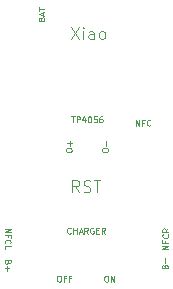
<source format=gbr>
%TF.GenerationSoftware,KiCad,Pcbnew,8.0.3+1*%
%TF.CreationDate,2024-06-27T20:46:53-04:00*%
%TF.ProjectId,XIAO_REV,5849414f-5f52-4455-962e-6b696361645f,rev?*%
%TF.SameCoordinates,Original*%
%TF.FileFunction,Legend,Top*%
%TF.FilePolarity,Positive*%
%FSLAX46Y46*%
G04 Gerber Fmt 4.6, Leading zero omitted, Abs format (unit mm)*
G04 Created by KiCad (PCBNEW 8.0.3+1) date 2024-06-27 20:46:53*
%MOMM*%
%LPD*%
G01*
G04 APERTURE LIST*
%ADD10C,0.100000*%
G04 APERTURE END LIST*
D10*
X161343609Y-91127143D02*
X161343609Y-91031905D01*
X161343609Y-91031905D02*
X161367419Y-90984286D01*
X161367419Y-90984286D02*
X161415038Y-90936667D01*
X161415038Y-90936667D02*
X161510276Y-90912857D01*
X161510276Y-90912857D02*
X161676942Y-90912857D01*
X161676942Y-90912857D02*
X161772180Y-90936667D01*
X161772180Y-90936667D02*
X161819800Y-90984286D01*
X161819800Y-90984286D02*
X161843609Y-91031905D01*
X161843609Y-91031905D02*
X161843609Y-91127143D01*
X161843609Y-91127143D02*
X161819800Y-91174762D01*
X161819800Y-91174762D02*
X161772180Y-91222381D01*
X161772180Y-91222381D02*
X161676942Y-91246190D01*
X161676942Y-91246190D02*
X161510276Y-91246190D01*
X161510276Y-91246190D02*
X161415038Y-91222381D01*
X161415038Y-91222381D02*
X161367419Y-91174762D01*
X161367419Y-91174762D02*
X161343609Y-91127143D01*
X161653133Y-90698571D02*
X161653133Y-90317619D01*
X158283609Y-91127143D02*
X158283609Y-91031905D01*
X158283609Y-91031905D02*
X158307419Y-90984286D01*
X158307419Y-90984286D02*
X158355038Y-90936667D01*
X158355038Y-90936667D02*
X158450276Y-90912857D01*
X158450276Y-90912857D02*
X158616942Y-90912857D01*
X158616942Y-90912857D02*
X158712180Y-90936667D01*
X158712180Y-90936667D02*
X158759800Y-90984286D01*
X158759800Y-90984286D02*
X158783609Y-91031905D01*
X158783609Y-91031905D02*
X158783609Y-91127143D01*
X158783609Y-91127143D02*
X158759800Y-91174762D01*
X158759800Y-91174762D02*
X158712180Y-91222381D01*
X158712180Y-91222381D02*
X158616942Y-91246190D01*
X158616942Y-91246190D02*
X158450276Y-91246190D01*
X158450276Y-91246190D02*
X158355038Y-91222381D01*
X158355038Y-91222381D02*
X158307419Y-91174762D01*
X158307419Y-91174762D02*
X158283609Y-91127143D01*
X158593133Y-90698571D02*
X158593133Y-90317619D01*
X158783609Y-90508095D02*
X158402657Y-90508095D01*
X161670475Y-101703609D02*
X161765713Y-101703609D01*
X161765713Y-101703609D02*
X161813332Y-101727419D01*
X161813332Y-101727419D02*
X161860951Y-101775038D01*
X161860951Y-101775038D02*
X161884761Y-101870276D01*
X161884761Y-101870276D02*
X161884761Y-102036942D01*
X161884761Y-102036942D02*
X161860951Y-102132180D01*
X161860951Y-102132180D02*
X161813332Y-102179800D01*
X161813332Y-102179800D02*
X161765713Y-102203609D01*
X161765713Y-102203609D02*
X161670475Y-102203609D01*
X161670475Y-102203609D02*
X161622856Y-102179800D01*
X161622856Y-102179800D02*
X161575237Y-102132180D01*
X161575237Y-102132180D02*
X161551428Y-102036942D01*
X161551428Y-102036942D02*
X161551428Y-101870276D01*
X161551428Y-101870276D02*
X161575237Y-101775038D01*
X161575237Y-101775038D02*
X161622856Y-101727419D01*
X161622856Y-101727419D02*
X161670475Y-101703609D01*
X162099047Y-102203609D02*
X162099047Y-101703609D01*
X162099047Y-101703609D02*
X162384761Y-102203609D01*
X162384761Y-102203609D02*
X162384761Y-101703609D01*
X158692380Y-98095990D02*
X158668571Y-98119800D01*
X158668571Y-98119800D02*
X158597142Y-98143609D01*
X158597142Y-98143609D02*
X158549523Y-98143609D01*
X158549523Y-98143609D02*
X158478095Y-98119800D01*
X158478095Y-98119800D02*
X158430476Y-98072180D01*
X158430476Y-98072180D02*
X158406666Y-98024561D01*
X158406666Y-98024561D02*
X158382857Y-97929323D01*
X158382857Y-97929323D02*
X158382857Y-97857895D01*
X158382857Y-97857895D02*
X158406666Y-97762657D01*
X158406666Y-97762657D02*
X158430476Y-97715038D01*
X158430476Y-97715038D02*
X158478095Y-97667419D01*
X158478095Y-97667419D02*
X158549523Y-97643609D01*
X158549523Y-97643609D02*
X158597142Y-97643609D01*
X158597142Y-97643609D02*
X158668571Y-97667419D01*
X158668571Y-97667419D02*
X158692380Y-97691228D01*
X158906666Y-98143609D02*
X158906666Y-97643609D01*
X158906666Y-97881704D02*
X159192380Y-97881704D01*
X159192380Y-98143609D02*
X159192380Y-97643609D01*
X159406667Y-98000752D02*
X159644762Y-98000752D01*
X159359048Y-98143609D02*
X159525714Y-97643609D01*
X159525714Y-97643609D02*
X159692381Y-98143609D01*
X160144761Y-98143609D02*
X159978095Y-97905514D01*
X159859047Y-98143609D02*
X159859047Y-97643609D01*
X159859047Y-97643609D02*
X160049523Y-97643609D01*
X160049523Y-97643609D02*
X160097142Y-97667419D01*
X160097142Y-97667419D02*
X160120952Y-97691228D01*
X160120952Y-97691228D02*
X160144761Y-97738847D01*
X160144761Y-97738847D02*
X160144761Y-97810276D01*
X160144761Y-97810276D02*
X160120952Y-97857895D01*
X160120952Y-97857895D02*
X160097142Y-97881704D01*
X160097142Y-97881704D02*
X160049523Y-97905514D01*
X160049523Y-97905514D02*
X159859047Y-97905514D01*
X160620952Y-97667419D02*
X160573333Y-97643609D01*
X160573333Y-97643609D02*
X160501904Y-97643609D01*
X160501904Y-97643609D02*
X160430476Y-97667419D01*
X160430476Y-97667419D02*
X160382857Y-97715038D01*
X160382857Y-97715038D02*
X160359047Y-97762657D01*
X160359047Y-97762657D02*
X160335238Y-97857895D01*
X160335238Y-97857895D02*
X160335238Y-97929323D01*
X160335238Y-97929323D02*
X160359047Y-98024561D01*
X160359047Y-98024561D02*
X160382857Y-98072180D01*
X160382857Y-98072180D02*
X160430476Y-98119800D01*
X160430476Y-98119800D02*
X160501904Y-98143609D01*
X160501904Y-98143609D02*
X160549523Y-98143609D01*
X160549523Y-98143609D02*
X160620952Y-98119800D01*
X160620952Y-98119800D02*
X160644761Y-98095990D01*
X160644761Y-98095990D02*
X160644761Y-97929323D01*
X160644761Y-97929323D02*
X160549523Y-97929323D01*
X160859047Y-97881704D02*
X161025714Y-97881704D01*
X161097142Y-98143609D02*
X160859047Y-98143609D01*
X160859047Y-98143609D02*
X160859047Y-97643609D01*
X160859047Y-97643609D02*
X161097142Y-97643609D01*
X161597142Y-98143609D02*
X161430476Y-97905514D01*
X161311428Y-98143609D02*
X161311428Y-97643609D01*
X161311428Y-97643609D02*
X161501904Y-97643609D01*
X161501904Y-97643609D02*
X161549523Y-97667419D01*
X161549523Y-97667419D02*
X161573333Y-97691228D01*
X161573333Y-97691228D02*
X161597142Y-97738847D01*
X161597142Y-97738847D02*
X161597142Y-97810276D01*
X161597142Y-97810276D02*
X161573333Y-97857895D01*
X161573333Y-97857895D02*
X161549523Y-97881704D01*
X161549523Y-97881704D02*
X161501904Y-97905514D01*
X161501904Y-97905514D02*
X161311428Y-97905514D01*
X156211704Y-79949046D02*
X156235514Y-79877618D01*
X156235514Y-79877618D02*
X156259323Y-79853808D01*
X156259323Y-79853808D02*
X156306942Y-79829999D01*
X156306942Y-79829999D02*
X156378371Y-79829999D01*
X156378371Y-79829999D02*
X156425990Y-79853808D01*
X156425990Y-79853808D02*
X156449800Y-79877618D01*
X156449800Y-79877618D02*
X156473609Y-79925237D01*
X156473609Y-79925237D02*
X156473609Y-80115713D01*
X156473609Y-80115713D02*
X155973609Y-80115713D01*
X155973609Y-80115713D02*
X155973609Y-79949046D01*
X155973609Y-79949046D02*
X155997419Y-79901427D01*
X155997419Y-79901427D02*
X156021228Y-79877618D01*
X156021228Y-79877618D02*
X156068847Y-79853808D01*
X156068847Y-79853808D02*
X156116466Y-79853808D01*
X156116466Y-79853808D02*
X156164085Y-79877618D01*
X156164085Y-79877618D02*
X156187895Y-79901427D01*
X156187895Y-79901427D02*
X156211704Y-79949046D01*
X156211704Y-79949046D02*
X156211704Y-80115713D01*
X156330752Y-79639522D02*
X156330752Y-79401427D01*
X156473609Y-79687141D02*
X155973609Y-79520475D01*
X155973609Y-79520475D02*
X156473609Y-79353808D01*
X155973609Y-79258570D02*
X155973609Y-78972856D01*
X156473609Y-79115713D02*
X155973609Y-79115713D01*
X158744763Y-88213609D02*
X159030477Y-88213609D01*
X158887620Y-88713609D02*
X158887620Y-88213609D01*
X159197143Y-88713609D02*
X159197143Y-88213609D01*
X159197143Y-88213609D02*
X159387619Y-88213609D01*
X159387619Y-88213609D02*
X159435238Y-88237419D01*
X159435238Y-88237419D02*
X159459048Y-88261228D01*
X159459048Y-88261228D02*
X159482857Y-88308847D01*
X159482857Y-88308847D02*
X159482857Y-88380276D01*
X159482857Y-88380276D02*
X159459048Y-88427895D01*
X159459048Y-88427895D02*
X159435238Y-88451704D01*
X159435238Y-88451704D02*
X159387619Y-88475514D01*
X159387619Y-88475514D02*
X159197143Y-88475514D01*
X159911429Y-88380276D02*
X159911429Y-88713609D01*
X159792381Y-88189800D02*
X159673334Y-88546942D01*
X159673334Y-88546942D02*
X159982857Y-88546942D01*
X160268571Y-88213609D02*
X160316190Y-88213609D01*
X160316190Y-88213609D02*
X160363809Y-88237419D01*
X160363809Y-88237419D02*
X160387619Y-88261228D01*
X160387619Y-88261228D02*
X160411428Y-88308847D01*
X160411428Y-88308847D02*
X160435238Y-88404085D01*
X160435238Y-88404085D02*
X160435238Y-88523133D01*
X160435238Y-88523133D02*
X160411428Y-88618371D01*
X160411428Y-88618371D02*
X160387619Y-88665990D01*
X160387619Y-88665990D02*
X160363809Y-88689800D01*
X160363809Y-88689800D02*
X160316190Y-88713609D01*
X160316190Y-88713609D02*
X160268571Y-88713609D01*
X160268571Y-88713609D02*
X160220952Y-88689800D01*
X160220952Y-88689800D02*
X160197143Y-88665990D01*
X160197143Y-88665990D02*
X160173333Y-88618371D01*
X160173333Y-88618371D02*
X160149524Y-88523133D01*
X160149524Y-88523133D02*
X160149524Y-88404085D01*
X160149524Y-88404085D02*
X160173333Y-88308847D01*
X160173333Y-88308847D02*
X160197143Y-88261228D01*
X160197143Y-88261228D02*
X160220952Y-88237419D01*
X160220952Y-88237419D02*
X160268571Y-88213609D01*
X160887618Y-88213609D02*
X160649523Y-88213609D01*
X160649523Y-88213609D02*
X160625714Y-88451704D01*
X160625714Y-88451704D02*
X160649523Y-88427895D01*
X160649523Y-88427895D02*
X160697142Y-88404085D01*
X160697142Y-88404085D02*
X160816190Y-88404085D01*
X160816190Y-88404085D02*
X160863809Y-88427895D01*
X160863809Y-88427895D02*
X160887618Y-88451704D01*
X160887618Y-88451704D02*
X160911428Y-88499323D01*
X160911428Y-88499323D02*
X160911428Y-88618371D01*
X160911428Y-88618371D02*
X160887618Y-88665990D01*
X160887618Y-88665990D02*
X160863809Y-88689800D01*
X160863809Y-88689800D02*
X160816190Y-88713609D01*
X160816190Y-88713609D02*
X160697142Y-88713609D01*
X160697142Y-88713609D02*
X160649523Y-88689800D01*
X160649523Y-88689800D02*
X160625714Y-88665990D01*
X161339999Y-88213609D02*
X161244761Y-88213609D01*
X161244761Y-88213609D02*
X161197142Y-88237419D01*
X161197142Y-88237419D02*
X161173332Y-88261228D01*
X161173332Y-88261228D02*
X161125713Y-88332657D01*
X161125713Y-88332657D02*
X161101904Y-88427895D01*
X161101904Y-88427895D02*
X161101904Y-88618371D01*
X161101904Y-88618371D02*
X161125713Y-88665990D01*
X161125713Y-88665990D02*
X161149523Y-88689800D01*
X161149523Y-88689800D02*
X161197142Y-88713609D01*
X161197142Y-88713609D02*
X161292380Y-88713609D01*
X161292380Y-88713609D02*
X161339999Y-88689800D01*
X161339999Y-88689800D02*
X161363808Y-88665990D01*
X161363808Y-88665990D02*
X161387618Y-88618371D01*
X161387618Y-88618371D02*
X161387618Y-88499323D01*
X161387618Y-88499323D02*
X161363808Y-88451704D01*
X161363808Y-88451704D02*
X161339999Y-88427895D01*
X161339999Y-88427895D02*
X161292380Y-88404085D01*
X161292380Y-88404085D02*
X161197142Y-88404085D01*
X161197142Y-88404085D02*
X161149523Y-88427895D01*
X161149523Y-88427895D02*
X161125713Y-88451704D01*
X161125713Y-88451704D02*
X161101904Y-88499323D01*
X164192857Y-89003609D02*
X164192857Y-88503609D01*
X164192857Y-88503609D02*
X164478571Y-89003609D01*
X164478571Y-89003609D02*
X164478571Y-88503609D01*
X164883334Y-88741704D02*
X164716667Y-88741704D01*
X164716667Y-89003609D02*
X164716667Y-88503609D01*
X164716667Y-88503609D02*
X164954762Y-88503609D01*
X165430952Y-88955990D02*
X165407143Y-88979800D01*
X165407143Y-88979800D02*
X165335714Y-89003609D01*
X165335714Y-89003609D02*
X165288095Y-89003609D01*
X165288095Y-89003609D02*
X165216667Y-88979800D01*
X165216667Y-88979800D02*
X165169048Y-88932180D01*
X165169048Y-88932180D02*
X165145238Y-88884561D01*
X165145238Y-88884561D02*
X165121429Y-88789323D01*
X165121429Y-88789323D02*
X165121429Y-88717895D01*
X165121429Y-88717895D02*
X165145238Y-88622657D01*
X165145238Y-88622657D02*
X165169048Y-88575038D01*
X165169048Y-88575038D02*
X165216667Y-88527419D01*
X165216667Y-88527419D02*
X165288095Y-88503609D01*
X165288095Y-88503609D02*
X165335714Y-88503609D01*
X165335714Y-88503609D02*
X165407143Y-88527419D01*
X165407143Y-88527419D02*
X165430952Y-88551228D01*
X153106390Y-97740476D02*
X153606390Y-97740476D01*
X153606390Y-97740476D02*
X153106390Y-98026190D01*
X153106390Y-98026190D02*
X153606390Y-98026190D01*
X153368295Y-98430953D02*
X153368295Y-98264286D01*
X153106390Y-98264286D02*
X153606390Y-98264286D01*
X153606390Y-98264286D02*
X153606390Y-98502381D01*
X153154009Y-98978571D02*
X153130200Y-98954762D01*
X153130200Y-98954762D02*
X153106390Y-98883333D01*
X153106390Y-98883333D02*
X153106390Y-98835714D01*
X153106390Y-98835714D02*
X153130200Y-98764286D01*
X153130200Y-98764286D02*
X153177819Y-98716667D01*
X153177819Y-98716667D02*
X153225438Y-98692857D01*
X153225438Y-98692857D02*
X153320676Y-98669048D01*
X153320676Y-98669048D02*
X153392104Y-98669048D01*
X153392104Y-98669048D02*
X153487342Y-98692857D01*
X153487342Y-98692857D02*
X153534961Y-98716667D01*
X153534961Y-98716667D02*
X153582580Y-98764286D01*
X153582580Y-98764286D02*
X153606390Y-98835714D01*
X153606390Y-98835714D02*
X153606390Y-98883333D01*
X153606390Y-98883333D02*
X153582580Y-98954762D01*
X153582580Y-98954762D02*
X153558771Y-98978571D01*
X153106390Y-99430952D02*
X153106390Y-99192857D01*
X153106390Y-99192857D02*
X153606390Y-99192857D01*
X166963609Y-99447142D02*
X166463609Y-99447142D01*
X166463609Y-99447142D02*
X166963609Y-99161428D01*
X166963609Y-99161428D02*
X166463609Y-99161428D01*
X166701704Y-98756665D02*
X166701704Y-98923332D01*
X166963609Y-98923332D02*
X166463609Y-98923332D01*
X166463609Y-98923332D02*
X166463609Y-98685237D01*
X166915990Y-98209047D02*
X166939800Y-98232856D01*
X166939800Y-98232856D02*
X166963609Y-98304285D01*
X166963609Y-98304285D02*
X166963609Y-98351904D01*
X166963609Y-98351904D02*
X166939800Y-98423332D01*
X166939800Y-98423332D02*
X166892180Y-98470951D01*
X166892180Y-98470951D02*
X166844561Y-98494761D01*
X166844561Y-98494761D02*
X166749323Y-98518570D01*
X166749323Y-98518570D02*
X166677895Y-98518570D01*
X166677895Y-98518570D02*
X166582657Y-98494761D01*
X166582657Y-98494761D02*
X166535038Y-98470951D01*
X166535038Y-98470951D02*
X166487419Y-98423332D01*
X166487419Y-98423332D02*
X166463609Y-98351904D01*
X166463609Y-98351904D02*
X166463609Y-98304285D01*
X166463609Y-98304285D02*
X166487419Y-98232856D01*
X166487419Y-98232856D02*
X166511228Y-98209047D01*
X166963609Y-97709047D02*
X166725514Y-97875713D01*
X166963609Y-97994761D02*
X166463609Y-97994761D01*
X166463609Y-97994761D02*
X166463609Y-97804285D01*
X166463609Y-97804285D02*
X166487419Y-97756666D01*
X166487419Y-97756666D02*
X166511228Y-97732856D01*
X166511228Y-97732856D02*
X166558847Y-97709047D01*
X166558847Y-97709047D02*
X166630276Y-97709047D01*
X166630276Y-97709047D02*
X166677895Y-97732856D01*
X166677895Y-97732856D02*
X166701704Y-97756666D01*
X166701704Y-97756666D02*
X166725514Y-97804285D01*
X166725514Y-97804285D02*
X166725514Y-97994761D01*
X166641704Y-100933809D02*
X166665514Y-100862381D01*
X166665514Y-100862381D02*
X166689323Y-100838571D01*
X166689323Y-100838571D02*
X166736942Y-100814762D01*
X166736942Y-100814762D02*
X166808371Y-100814762D01*
X166808371Y-100814762D02*
X166855990Y-100838571D01*
X166855990Y-100838571D02*
X166879800Y-100862381D01*
X166879800Y-100862381D02*
X166903609Y-100910000D01*
X166903609Y-100910000D02*
X166903609Y-101100476D01*
X166903609Y-101100476D02*
X166403609Y-101100476D01*
X166403609Y-101100476D02*
X166403609Y-100933809D01*
X166403609Y-100933809D02*
X166427419Y-100886190D01*
X166427419Y-100886190D02*
X166451228Y-100862381D01*
X166451228Y-100862381D02*
X166498847Y-100838571D01*
X166498847Y-100838571D02*
X166546466Y-100838571D01*
X166546466Y-100838571D02*
X166594085Y-100862381D01*
X166594085Y-100862381D02*
X166617895Y-100886190D01*
X166617895Y-100886190D02*
X166641704Y-100933809D01*
X166641704Y-100933809D02*
X166641704Y-101100476D01*
X166713133Y-100600476D02*
X166713133Y-100219524D01*
X153368295Y-100576190D02*
X153344485Y-100647618D01*
X153344485Y-100647618D02*
X153320676Y-100671428D01*
X153320676Y-100671428D02*
X153273057Y-100695237D01*
X153273057Y-100695237D02*
X153201628Y-100695237D01*
X153201628Y-100695237D02*
X153154009Y-100671428D01*
X153154009Y-100671428D02*
X153130200Y-100647618D01*
X153130200Y-100647618D02*
X153106390Y-100599999D01*
X153106390Y-100599999D02*
X153106390Y-100409523D01*
X153106390Y-100409523D02*
X153606390Y-100409523D01*
X153606390Y-100409523D02*
X153606390Y-100576190D01*
X153606390Y-100576190D02*
X153582580Y-100623809D01*
X153582580Y-100623809D02*
X153558771Y-100647618D01*
X153558771Y-100647618D02*
X153511152Y-100671428D01*
X153511152Y-100671428D02*
X153463533Y-100671428D01*
X153463533Y-100671428D02*
X153415914Y-100647618D01*
X153415914Y-100647618D02*
X153392104Y-100623809D01*
X153392104Y-100623809D02*
X153368295Y-100576190D01*
X153368295Y-100576190D02*
X153368295Y-100409523D01*
X153296866Y-100909523D02*
X153296866Y-101290476D01*
X153106390Y-101099999D02*
X153487342Y-101099999D01*
X159402380Y-94632419D02*
X159069047Y-94156228D01*
X158830952Y-94632419D02*
X158830952Y-93632419D01*
X158830952Y-93632419D02*
X159211904Y-93632419D01*
X159211904Y-93632419D02*
X159307142Y-93680038D01*
X159307142Y-93680038D02*
X159354761Y-93727657D01*
X159354761Y-93727657D02*
X159402380Y-93822895D01*
X159402380Y-93822895D02*
X159402380Y-93965752D01*
X159402380Y-93965752D02*
X159354761Y-94060990D01*
X159354761Y-94060990D02*
X159307142Y-94108609D01*
X159307142Y-94108609D02*
X159211904Y-94156228D01*
X159211904Y-94156228D02*
X158830952Y-94156228D01*
X159783333Y-94584800D02*
X159926190Y-94632419D01*
X159926190Y-94632419D02*
X160164285Y-94632419D01*
X160164285Y-94632419D02*
X160259523Y-94584800D01*
X160259523Y-94584800D02*
X160307142Y-94537180D01*
X160307142Y-94537180D02*
X160354761Y-94441942D01*
X160354761Y-94441942D02*
X160354761Y-94346704D01*
X160354761Y-94346704D02*
X160307142Y-94251466D01*
X160307142Y-94251466D02*
X160259523Y-94203847D01*
X160259523Y-94203847D02*
X160164285Y-94156228D01*
X160164285Y-94156228D02*
X159973809Y-94108609D01*
X159973809Y-94108609D02*
X159878571Y-94060990D01*
X159878571Y-94060990D02*
X159830952Y-94013371D01*
X159830952Y-94013371D02*
X159783333Y-93918133D01*
X159783333Y-93918133D02*
X159783333Y-93822895D01*
X159783333Y-93822895D02*
X159830952Y-93727657D01*
X159830952Y-93727657D02*
X159878571Y-93680038D01*
X159878571Y-93680038D02*
X159973809Y-93632419D01*
X159973809Y-93632419D02*
X160211904Y-93632419D01*
X160211904Y-93632419D02*
X160354761Y-93680038D01*
X160640476Y-93632419D02*
X161211904Y-93632419D01*
X160926190Y-94632419D02*
X160926190Y-93632419D01*
X158708646Y-80662419D02*
X159375312Y-81662419D01*
X159375312Y-80662419D02*
X158708646Y-81662419D01*
X159756265Y-81662419D02*
X159756265Y-80995752D01*
X159756265Y-80662419D02*
X159708646Y-80710038D01*
X159708646Y-80710038D02*
X159756265Y-80757657D01*
X159756265Y-80757657D02*
X159803884Y-80710038D01*
X159803884Y-80710038D02*
X159756265Y-80662419D01*
X159756265Y-80662419D02*
X159756265Y-80757657D01*
X160661026Y-81662419D02*
X160661026Y-81138609D01*
X160661026Y-81138609D02*
X160613407Y-81043371D01*
X160613407Y-81043371D02*
X160518169Y-80995752D01*
X160518169Y-80995752D02*
X160327693Y-80995752D01*
X160327693Y-80995752D02*
X160232455Y-81043371D01*
X160661026Y-81614800D02*
X160565788Y-81662419D01*
X160565788Y-81662419D02*
X160327693Y-81662419D01*
X160327693Y-81662419D02*
X160232455Y-81614800D01*
X160232455Y-81614800D02*
X160184836Y-81519561D01*
X160184836Y-81519561D02*
X160184836Y-81424323D01*
X160184836Y-81424323D02*
X160232455Y-81329085D01*
X160232455Y-81329085D02*
X160327693Y-81281466D01*
X160327693Y-81281466D02*
X160565788Y-81281466D01*
X160565788Y-81281466D02*
X160661026Y-81233847D01*
X161280074Y-81662419D02*
X161184836Y-81614800D01*
X161184836Y-81614800D02*
X161137217Y-81567180D01*
X161137217Y-81567180D02*
X161089598Y-81471942D01*
X161089598Y-81471942D02*
X161089598Y-81186228D01*
X161089598Y-81186228D02*
X161137217Y-81090990D01*
X161137217Y-81090990D02*
X161184836Y-81043371D01*
X161184836Y-81043371D02*
X161280074Y-80995752D01*
X161280074Y-80995752D02*
X161422931Y-80995752D01*
X161422931Y-80995752D02*
X161518169Y-81043371D01*
X161518169Y-81043371D02*
X161565788Y-81090990D01*
X161565788Y-81090990D02*
X161613407Y-81186228D01*
X161613407Y-81186228D02*
X161613407Y-81471942D01*
X161613407Y-81471942D02*
X161565788Y-81567180D01*
X161565788Y-81567180D02*
X161518169Y-81614800D01*
X161518169Y-81614800D02*
X161422931Y-81662419D01*
X161422931Y-81662419D02*
X161280074Y-81662419D01*
X157663809Y-101703609D02*
X157759047Y-101703609D01*
X157759047Y-101703609D02*
X157806666Y-101727419D01*
X157806666Y-101727419D02*
X157854285Y-101775038D01*
X157854285Y-101775038D02*
X157878095Y-101870276D01*
X157878095Y-101870276D02*
X157878095Y-102036942D01*
X157878095Y-102036942D02*
X157854285Y-102132180D01*
X157854285Y-102132180D02*
X157806666Y-102179800D01*
X157806666Y-102179800D02*
X157759047Y-102203609D01*
X157759047Y-102203609D02*
X157663809Y-102203609D01*
X157663809Y-102203609D02*
X157616190Y-102179800D01*
X157616190Y-102179800D02*
X157568571Y-102132180D01*
X157568571Y-102132180D02*
X157544762Y-102036942D01*
X157544762Y-102036942D02*
X157544762Y-101870276D01*
X157544762Y-101870276D02*
X157568571Y-101775038D01*
X157568571Y-101775038D02*
X157616190Y-101727419D01*
X157616190Y-101727419D02*
X157663809Y-101703609D01*
X158259048Y-101941704D02*
X158092381Y-101941704D01*
X158092381Y-102203609D02*
X158092381Y-101703609D01*
X158092381Y-101703609D02*
X158330476Y-101703609D01*
X158687619Y-101941704D02*
X158520952Y-101941704D01*
X158520952Y-102203609D02*
X158520952Y-101703609D01*
X158520952Y-101703609D02*
X158759047Y-101703609D01*
M02*

</source>
